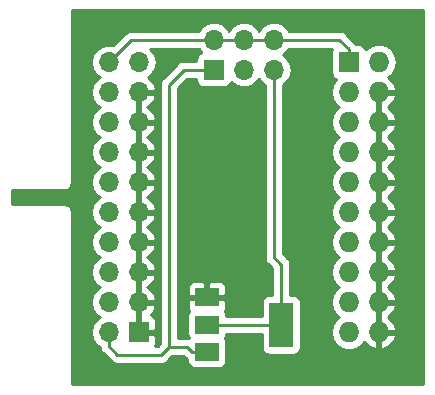
<source format=gbr>
G04 #@! TF.GenerationSoftware,KiCad,Pcbnew,(5.0.2)-1*
G04 #@! TF.CreationDate,2019-09-12T21:25:24+02:00*
G04 #@! TF.ProjectId,Jlink_power_supply,4a6c696e-6b5f-4706-9f77-65725f737570,rev?*
G04 #@! TF.SameCoordinates,Original*
G04 #@! TF.FileFunction,Copper,L1,Top*
G04 #@! TF.FilePolarity,Positive*
%FSLAX46Y46*%
G04 Gerber Fmt 4.6, Leading zero omitted, Abs format (unit mm)*
G04 Created by KiCad (PCBNEW (5.0.2)-1) date 2019-09-12 21:25:24*
%MOMM*%
%LPD*%
G01*
G04 APERTURE LIST*
G04 #@! TA.AperFunction,SMDPad,CuDef*
%ADD10R,2.000000X3.800000*%
G04 #@! TD*
G04 #@! TA.AperFunction,SMDPad,CuDef*
%ADD11R,2.000000X1.500000*%
G04 #@! TD*
G04 #@! TA.AperFunction,ComponentPad*
%ADD12R,1.700000X1.700000*%
G04 #@! TD*
G04 #@! TA.AperFunction,ComponentPad*
%ADD13O,1.700000X1.700000*%
G04 #@! TD*
G04 #@! TA.AperFunction,ComponentPad*
%ADD14O,1.727200X1.727200*%
G04 #@! TD*
G04 #@! TA.AperFunction,ComponentPad*
%ADD15R,1.727200X1.727200*%
G04 #@! TD*
G04 #@! TA.AperFunction,ViaPad*
%ADD16C,0.800000*%
G04 #@! TD*
G04 #@! TA.AperFunction,Conductor*
%ADD17C,0.250000*%
G04 #@! TD*
G04 #@! TA.AperFunction,Conductor*
%ADD18C,0.254000*%
G04 #@! TD*
G04 APERTURE END LIST*
D10*
G04 #@! TO.P,U1,2*
G04 #@! TO.N,+3V3*
X131445000Y-118745000D03*
D11*
X125145000Y-118745000D03*
G04 #@! TO.P,U1,3*
G04 #@! TO.N,+5V*
X125145000Y-121045000D03*
G04 #@! TO.P,U1,1*
G04 #@! TO.N,GND*
X125145000Y-116445000D03*
G04 #@! TD*
D12*
G04 #@! TO.P,J1,1*
G04 #@! TO.N,GND*
X119380000Y-119380000D03*
D13*
G04 #@! TO.P,J1,2*
G04 #@! TO.N,+5V*
X116840000Y-119380000D03*
G04 #@! TO.P,J1,3*
G04 #@! TO.N,GND*
X119380000Y-116840000D03*
G04 #@! TO.P,J1,4*
G04 #@! TO.N,Net-(J1-Pad4)*
X116840000Y-116840000D03*
G04 #@! TO.P,J1,5*
G04 #@! TO.N,GND*
X119380000Y-114300000D03*
G04 #@! TO.P,J1,6*
G04 #@! TO.N,Reset*
X116840000Y-114300000D03*
G04 #@! TO.P,J1,7*
G04 #@! TO.N,GND*
X119380000Y-111760000D03*
G04 #@! TO.P,J1,8*
G04 #@! TO.N,SWO*
X116840000Y-111760000D03*
G04 #@! TO.P,J1,9*
G04 #@! TO.N,GND*
X119380000Y-109220000D03*
G04 #@! TO.P,J1,10*
G04 #@! TO.N,Net-(J1-Pad10)*
X116840000Y-109220000D03*
G04 #@! TO.P,J1,11*
G04 #@! TO.N,GND*
X119380000Y-106680000D03*
G04 #@! TO.P,J1,12*
G04 #@! TO.N,SWCLK*
X116840000Y-106680000D03*
G04 #@! TO.P,J1,13*
G04 #@! TO.N,GND*
X119380000Y-104140000D03*
G04 #@! TO.P,J1,14*
G04 #@! TO.N,SWDIO*
X116840000Y-104140000D03*
G04 #@! TO.P,J1,15*
G04 #@! TO.N,GND*
X119380000Y-101600000D03*
G04 #@! TO.P,J1,16*
G04 #@! TO.N,Net-(J1-Pad16)*
X116840000Y-101600000D03*
G04 #@! TO.P,J1,17*
G04 #@! TO.N,GND*
X119380000Y-99060000D03*
G04 #@! TO.P,J1,18*
G04 #@! TO.N,Net-(J1-Pad18)*
X116840000Y-99060000D03*
G04 #@! TO.P,J1,19*
G04 #@! TO.N,Net-(J1-Pad19)*
X119380000Y-96520000D03*
G04 #@! TO.P,J1,20*
G04 #@! TO.N,Vref*
X116840000Y-96520000D03*
G04 #@! TD*
D14*
G04 #@! TO.P,J3,20*
G04 #@! TO.N,GND*
X139700000Y-119380000D03*
G04 #@! TO.P,J3,19*
G04 #@! TO.N,Net-(J3-Pad19)*
X137160000Y-119380000D03*
G04 #@! TO.P,J3,18*
G04 #@! TO.N,GND*
X139700000Y-116840000D03*
G04 #@! TO.P,J3,17*
G04 #@! TO.N,Net-(J3-Pad17)*
X137160000Y-116840000D03*
G04 #@! TO.P,J3,16*
G04 #@! TO.N,GND*
X139700000Y-114300000D03*
G04 #@! TO.P,J3,15*
G04 #@! TO.N,Reset*
X137160000Y-114300000D03*
G04 #@! TO.P,J3,14*
G04 #@! TO.N,GND*
X139700000Y-111760000D03*
G04 #@! TO.P,J3,13*
G04 #@! TO.N,SWO*
X137160000Y-111760000D03*
G04 #@! TO.P,J3,12*
G04 #@! TO.N,GND*
X139700000Y-109220000D03*
G04 #@! TO.P,J3,11*
G04 #@! TO.N,Net-(J3-Pad11)*
X137160000Y-109220000D03*
G04 #@! TO.P,J3,10*
G04 #@! TO.N,GND*
X139700000Y-106680000D03*
G04 #@! TO.P,J3,9*
G04 #@! TO.N,SWCLK*
X137160000Y-106680000D03*
G04 #@! TO.P,J3,8*
G04 #@! TO.N,GND*
X139700000Y-104140000D03*
G04 #@! TO.P,J3,7*
G04 #@! TO.N,SWDIO*
X137160000Y-104140000D03*
G04 #@! TO.P,J3,6*
G04 #@! TO.N,GND*
X139700000Y-101600000D03*
G04 #@! TO.P,J3,5*
G04 #@! TO.N,Net-(J3-Pad5)*
X137160000Y-101600000D03*
G04 #@! TO.P,J3,4*
G04 #@! TO.N,GND*
X139700000Y-99060000D03*
G04 #@! TO.P,J3,3*
G04 #@! TO.N,Net-(J3-Pad3)*
X137160000Y-99060000D03*
G04 #@! TO.P,J3,2*
G04 #@! TO.N,Net-(J3-Pad2)*
X139700000Y-96520000D03*
D15*
G04 #@! TO.P,J3,1*
G04 #@! TO.N,Vref*
X137160000Y-96520000D03*
G04 #@! TD*
D12*
G04 #@! TO.P,J2,1*
G04 #@! TO.N,+5V*
X125730000Y-97155000D03*
D13*
G04 #@! TO.P,J2,2*
G04 #@! TO.N,Vref*
X125730000Y-94615000D03*
G04 #@! TO.P,J2,3*
G04 #@! TO.N,Net-(J2-Pad3)*
X128270000Y-97155000D03*
G04 #@! TO.P,J2,4*
G04 #@! TO.N,Vref*
X128270000Y-94615000D03*
G04 #@! TO.P,J2,5*
G04 #@! TO.N,+3V3*
X130810000Y-97155000D03*
G04 #@! TO.P,J2,6*
G04 #@! TO.N,Vref*
X130810000Y-94615000D03*
G04 #@! TD*
D16*
G04 #@! TO.N,GND*
X128270000Y-116840000D03*
G04 #@! TD*
D17*
G04 #@! TO.N,Vref*
X118745000Y-94615000D02*
X125730000Y-94615000D01*
X116840000Y-96520000D02*
X118745000Y-94615000D01*
X125730000Y-94615000D02*
X128270000Y-94615000D01*
X128270000Y-94615000D02*
X130810000Y-94615000D01*
X132012081Y-94615000D02*
X130810000Y-94615000D01*
X136368600Y-94615000D02*
X132012081Y-94615000D01*
X137160000Y-95406400D02*
X136368600Y-94615000D01*
X137160000Y-96520000D02*
X137160000Y-95406400D01*
G04 #@! TO.N,+5V*
X123190000Y-97155000D02*
X125730000Y-97155000D01*
X116840000Y-120582081D02*
X117542919Y-121285000D01*
X116840000Y-119380000D02*
X116840000Y-120582081D01*
X117542919Y-121285000D02*
X121285000Y-121285000D01*
X121285000Y-121285000D02*
X121920000Y-120650000D01*
X121920000Y-120650000D02*
X121920000Y-98425000D01*
X121920000Y-98425000D02*
X123190000Y-97155000D01*
X123500000Y-120650000D02*
X121920000Y-120650000D01*
X123895000Y-121045000D02*
X123500000Y-120650000D01*
X125145000Y-121045000D02*
X123895000Y-121045000D01*
G04 #@! TO.N,+3V3*
X125145000Y-118745000D02*
X131445000Y-118745000D01*
X130810000Y-113030000D02*
X130810000Y-97155000D01*
X131445000Y-118745000D02*
X131445000Y-113665000D01*
X131445000Y-113665000D02*
X130810000Y-113030000D01*
G04 #@! TD*
D18*
G04 #@! TO.N,GND*
G36*
X143460001Y-123775000D02*
X113715000Y-123775000D01*
X113715000Y-109287461D01*
X113728419Y-109220000D01*
X113675255Y-108952727D01*
X113523857Y-108726143D01*
X113297273Y-108574745D01*
X113097462Y-108535000D01*
X113030000Y-108521581D01*
X112962539Y-108535000D01*
X108635000Y-108535000D01*
X108635000Y-107365000D01*
X112962538Y-107365000D01*
X113030000Y-107378419D01*
X113097461Y-107365000D01*
X113097462Y-107365000D01*
X113297273Y-107325255D01*
X113523857Y-107173857D01*
X113675255Y-106947273D01*
X113728419Y-106680000D01*
X113715000Y-106612538D01*
X113715000Y-96520000D01*
X115325908Y-96520000D01*
X115441161Y-97099418D01*
X115769375Y-97590625D01*
X116067761Y-97790000D01*
X115769375Y-97989375D01*
X115441161Y-98480582D01*
X115325908Y-99060000D01*
X115441161Y-99639418D01*
X115769375Y-100130625D01*
X116067761Y-100330000D01*
X115769375Y-100529375D01*
X115441161Y-101020582D01*
X115325908Y-101600000D01*
X115441161Y-102179418D01*
X115769375Y-102670625D01*
X116067761Y-102870000D01*
X115769375Y-103069375D01*
X115441161Y-103560582D01*
X115325908Y-104140000D01*
X115441161Y-104719418D01*
X115769375Y-105210625D01*
X116067761Y-105410000D01*
X115769375Y-105609375D01*
X115441161Y-106100582D01*
X115325908Y-106680000D01*
X115441161Y-107259418D01*
X115769375Y-107750625D01*
X116067761Y-107950000D01*
X115769375Y-108149375D01*
X115441161Y-108640582D01*
X115325908Y-109220000D01*
X115441161Y-109799418D01*
X115769375Y-110290625D01*
X116067761Y-110490000D01*
X115769375Y-110689375D01*
X115441161Y-111180582D01*
X115325908Y-111760000D01*
X115441161Y-112339418D01*
X115769375Y-112830625D01*
X116067761Y-113030000D01*
X115769375Y-113229375D01*
X115441161Y-113720582D01*
X115325908Y-114300000D01*
X115441161Y-114879418D01*
X115769375Y-115370625D01*
X116067761Y-115570000D01*
X115769375Y-115769375D01*
X115441161Y-116260582D01*
X115325908Y-116840000D01*
X115441161Y-117419418D01*
X115769375Y-117910625D01*
X116067761Y-118110000D01*
X115769375Y-118309375D01*
X115441161Y-118800582D01*
X115325908Y-119380000D01*
X115441161Y-119959418D01*
X115769375Y-120450625D01*
X116080287Y-120658370D01*
X116124097Y-120878618D01*
X116292072Y-121130010D01*
X116355528Y-121172410D01*
X116952590Y-121769473D01*
X116994990Y-121832929D01*
X117246382Y-122000904D01*
X117468067Y-122045000D01*
X117468071Y-122045000D01*
X117542919Y-122059888D01*
X117617767Y-122045000D01*
X121210153Y-122045000D01*
X121285000Y-122059888D01*
X121359847Y-122045000D01*
X121359852Y-122045000D01*
X121581537Y-122000904D01*
X121832929Y-121832929D01*
X121875331Y-121769470D01*
X122234802Y-121410000D01*
X123185198Y-121410000D01*
X123304671Y-121529472D01*
X123347071Y-121592929D01*
X123497560Y-121693483D01*
X123497560Y-121795000D01*
X123546843Y-122042765D01*
X123687191Y-122252809D01*
X123897235Y-122393157D01*
X124145000Y-122442440D01*
X126145000Y-122442440D01*
X126392765Y-122393157D01*
X126602809Y-122252809D01*
X126743157Y-122042765D01*
X126792440Y-121795000D01*
X126792440Y-120295000D01*
X126743157Y-120047235D01*
X126641436Y-119895000D01*
X126743157Y-119742765D01*
X126790451Y-119505000D01*
X129797560Y-119505000D01*
X129797560Y-120645000D01*
X129846843Y-120892765D01*
X129987191Y-121102809D01*
X130197235Y-121243157D01*
X130445000Y-121292440D01*
X132445000Y-121292440D01*
X132692765Y-121243157D01*
X132902809Y-121102809D01*
X133043157Y-120892765D01*
X133092440Y-120645000D01*
X133092440Y-116845000D01*
X133043157Y-116597235D01*
X132902809Y-116387191D01*
X132692765Y-116246843D01*
X132445000Y-116197560D01*
X132205000Y-116197560D01*
X132205000Y-113739848D01*
X132219888Y-113665000D01*
X132205000Y-113590152D01*
X132205000Y-113590148D01*
X132160904Y-113368463D01*
X131992929Y-113117071D01*
X131929473Y-113074671D01*
X131570000Y-112715199D01*
X131570000Y-98433178D01*
X131880625Y-98225625D01*
X132208839Y-97734418D01*
X132324092Y-97155000D01*
X132208839Y-96575582D01*
X131880625Y-96084375D01*
X131582239Y-95885000D01*
X131880625Y-95685625D01*
X132088178Y-95375000D01*
X135720717Y-95375000D01*
X135698243Y-95408635D01*
X135648960Y-95656400D01*
X135648960Y-97383600D01*
X135698243Y-97631365D01*
X135838591Y-97841409D01*
X136048635Y-97981757D01*
X136074651Y-97986932D01*
X135748350Y-98475275D01*
X135632041Y-99060000D01*
X135748350Y-99644725D01*
X136079570Y-100140430D01*
X136363281Y-100330000D01*
X136079570Y-100519570D01*
X135748350Y-101015275D01*
X135632041Y-101600000D01*
X135748350Y-102184725D01*
X136079570Y-102680430D01*
X136363281Y-102870000D01*
X136079570Y-103059570D01*
X135748350Y-103555275D01*
X135632041Y-104140000D01*
X135748350Y-104724725D01*
X136079570Y-105220430D01*
X136363281Y-105410000D01*
X136079570Y-105599570D01*
X135748350Y-106095275D01*
X135632041Y-106680000D01*
X135748350Y-107264725D01*
X136079570Y-107760430D01*
X136363281Y-107950000D01*
X136079570Y-108139570D01*
X135748350Y-108635275D01*
X135632041Y-109220000D01*
X135748350Y-109804725D01*
X136079570Y-110300430D01*
X136363281Y-110490000D01*
X136079570Y-110679570D01*
X135748350Y-111175275D01*
X135632041Y-111760000D01*
X135748350Y-112344725D01*
X136079570Y-112840430D01*
X136363281Y-113030000D01*
X136079570Y-113219570D01*
X135748350Y-113715275D01*
X135632041Y-114300000D01*
X135748350Y-114884725D01*
X136079570Y-115380430D01*
X136363281Y-115570000D01*
X136079570Y-115759570D01*
X135748350Y-116255275D01*
X135632041Y-116840000D01*
X135748350Y-117424725D01*
X136079570Y-117920430D01*
X136363281Y-118110000D01*
X136079570Y-118299570D01*
X135748350Y-118795275D01*
X135632041Y-119380000D01*
X135748350Y-119964725D01*
X136079570Y-120460430D01*
X136575275Y-120791650D01*
X137012402Y-120878600D01*
X137307598Y-120878600D01*
X137744725Y-120791650D01*
X138240430Y-120460430D01*
X138433037Y-120172174D01*
X138811510Y-120586821D01*
X139340973Y-120834968D01*
X139573000Y-120714469D01*
X139573000Y-119507000D01*
X139827000Y-119507000D01*
X139827000Y-120714469D01*
X140059027Y-120834968D01*
X140588490Y-120586821D01*
X140982688Y-120154947D01*
X141154958Y-119739026D01*
X141033817Y-119507000D01*
X139827000Y-119507000D01*
X139573000Y-119507000D01*
X139553000Y-119507000D01*
X139553000Y-119253000D01*
X139573000Y-119253000D01*
X139573000Y-116967000D01*
X139827000Y-116967000D01*
X139827000Y-119253000D01*
X141033817Y-119253000D01*
X141154958Y-119020974D01*
X140982688Y-118605053D01*
X140588490Y-118173179D01*
X140453687Y-118110000D01*
X140588490Y-118046821D01*
X140982688Y-117614947D01*
X141154958Y-117199026D01*
X141033817Y-116967000D01*
X139827000Y-116967000D01*
X139573000Y-116967000D01*
X139553000Y-116967000D01*
X139553000Y-116713000D01*
X139573000Y-116713000D01*
X139573000Y-114427000D01*
X139827000Y-114427000D01*
X139827000Y-116713000D01*
X141033817Y-116713000D01*
X141154958Y-116480974D01*
X140982688Y-116065053D01*
X140588490Y-115633179D01*
X140453687Y-115570000D01*
X140588490Y-115506821D01*
X140982688Y-115074947D01*
X141154958Y-114659026D01*
X141033817Y-114427000D01*
X139827000Y-114427000D01*
X139573000Y-114427000D01*
X139553000Y-114427000D01*
X139553000Y-114173000D01*
X139573000Y-114173000D01*
X139573000Y-111887000D01*
X139827000Y-111887000D01*
X139827000Y-114173000D01*
X141033817Y-114173000D01*
X141154958Y-113940974D01*
X140982688Y-113525053D01*
X140588490Y-113093179D01*
X140453687Y-113030000D01*
X140588490Y-112966821D01*
X140982688Y-112534947D01*
X141154958Y-112119026D01*
X141033817Y-111887000D01*
X139827000Y-111887000D01*
X139573000Y-111887000D01*
X139553000Y-111887000D01*
X139553000Y-111633000D01*
X139573000Y-111633000D01*
X139573000Y-109347000D01*
X139827000Y-109347000D01*
X139827000Y-111633000D01*
X141033817Y-111633000D01*
X141154958Y-111400974D01*
X140982688Y-110985053D01*
X140588490Y-110553179D01*
X140453687Y-110490000D01*
X140588490Y-110426821D01*
X140982688Y-109994947D01*
X141154958Y-109579026D01*
X141033817Y-109347000D01*
X139827000Y-109347000D01*
X139573000Y-109347000D01*
X139553000Y-109347000D01*
X139553000Y-109093000D01*
X139573000Y-109093000D01*
X139573000Y-106807000D01*
X139827000Y-106807000D01*
X139827000Y-109093000D01*
X141033817Y-109093000D01*
X141154958Y-108860974D01*
X140982688Y-108445053D01*
X140588490Y-108013179D01*
X140453687Y-107950000D01*
X140588490Y-107886821D01*
X140982688Y-107454947D01*
X141154958Y-107039026D01*
X141033817Y-106807000D01*
X139827000Y-106807000D01*
X139573000Y-106807000D01*
X139553000Y-106807000D01*
X139553000Y-106553000D01*
X139573000Y-106553000D01*
X139573000Y-104267000D01*
X139827000Y-104267000D01*
X139827000Y-106553000D01*
X141033817Y-106553000D01*
X141154958Y-106320974D01*
X140982688Y-105905053D01*
X140588490Y-105473179D01*
X140453687Y-105410000D01*
X140588490Y-105346821D01*
X140982688Y-104914947D01*
X141154958Y-104499026D01*
X141033817Y-104267000D01*
X139827000Y-104267000D01*
X139573000Y-104267000D01*
X139553000Y-104267000D01*
X139553000Y-104013000D01*
X139573000Y-104013000D01*
X139573000Y-101727000D01*
X139827000Y-101727000D01*
X139827000Y-104013000D01*
X141033817Y-104013000D01*
X141154958Y-103780974D01*
X140982688Y-103365053D01*
X140588490Y-102933179D01*
X140453687Y-102870000D01*
X140588490Y-102806821D01*
X140982688Y-102374947D01*
X141154958Y-101959026D01*
X141033817Y-101727000D01*
X139827000Y-101727000D01*
X139573000Y-101727000D01*
X139553000Y-101727000D01*
X139553000Y-101473000D01*
X139573000Y-101473000D01*
X139573000Y-99187000D01*
X139827000Y-99187000D01*
X139827000Y-101473000D01*
X141033817Y-101473000D01*
X141154958Y-101240974D01*
X140982688Y-100825053D01*
X140588490Y-100393179D01*
X140453687Y-100330000D01*
X140588490Y-100266821D01*
X140982688Y-99834947D01*
X141154958Y-99419026D01*
X141033817Y-99187000D01*
X139827000Y-99187000D01*
X139573000Y-99187000D01*
X139553000Y-99187000D01*
X139553000Y-98933000D01*
X139573000Y-98933000D01*
X139573000Y-98913000D01*
X139827000Y-98913000D01*
X139827000Y-98933000D01*
X141033817Y-98933000D01*
X141154958Y-98700974D01*
X140982688Y-98285053D01*
X140588490Y-97853179D01*
X140478979Y-97801854D01*
X140780430Y-97600430D01*
X141111650Y-97104725D01*
X141227959Y-96520000D01*
X141111650Y-95935275D01*
X140780430Y-95439570D01*
X140284725Y-95108350D01*
X139847598Y-95021400D01*
X139552402Y-95021400D01*
X139115275Y-95108350D01*
X138626932Y-95434651D01*
X138621757Y-95408635D01*
X138481409Y-95198591D01*
X138271365Y-95058243D01*
X138023600Y-95008960D01*
X137808483Y-95008960D01*
X137707929Y-94858471D01*
X137644473Y-94816071D01*
X136958931Y-94130530D01*
X136916529Y-94067071D01*
X136665137Y-93899096D01*
X136443452Y-93855000D01*
X136443447Y-93855000D01*
X136368600Y-93840112D01*
X136293753Y-93855000D01*
X132088178Y-93855000D01*
X131880625Y-93544375D01*
X131389418Y-93216161D01*
X130956256Y-93130000D01*
X130663744Y-93130000D01*
X130230582Y-93216161D01*
X129739375Y-93544375D01*
X129540000Y-93842761D01*
X129340625Y-93544375D01*
X128849418Y-93216161D01*
X128416256Y-93130000D01*
X128123744Y-93130000D01*
X127690582Y-93216161D01*
X127199375Y-93544375D01*
X127000000Y-93842761D01*
X126800625Y-93544375D01*
X126309418Y-93216161D01*
X125876256Y-93130000D01*
X125583744Y-93130000D01*
X125150582Y-93216161D01*
X124659375Y-93544375D01*
X124451822Y-93855000D01*
X118819848Y-93855000D01*
X118745000Y-93840112D01*
X118670152Y-93855000D01*
X118670148Y-93855000D01*
X118496605Y-93889520D01*
X118448462Y-93899096D01*
X118261418Y-94024076D01*
X118197071Y-94067071D01*
X118154671Y-94130527D01*
X117206408Y-95078791D01*
X116986256Y-95035000D01*
X116693744Y-95035000D01*
X116260582Y-95121161D01*
X115769375Y-95449375D01*
X115441161Y-95940582D01*
X115325908Y-96520000D01*
X113715000Y-96520000D01*
X113715000Y-92125000D01*
X143460000Y-92125000D01*
X143460001Y-123775000D01*
X143460001Y-123775000D01*
G37*
X143460001Y-123775000D02*
X113715000Y-123775000D01*
X113715000Y-109287461D01*
X113728419Y-109220000D01*
X113675255Y-108952727D01*
X113523857Y-108726143D01*
X113297273Y-108574745D01*
X113097462Y-108535000D01*
X113030000Y-108521581D01*
X112962539Y-108535000D01*
X108635000Y-108535000D01*
X108635000Y-107365000D01*
X112962538Y-107365000D01*
X113030000Y-107378419D01*
X113097461Y-107365000D01*
X113097462Y-107365000D01*
X113297273Y-107325255D01*
X113523857Y-107173857D01*
X113675255Y-106947273D01*
X113728419Y-106680000D01*
X113715000Y-106612538D01*
X113715000Y-96520000D01*
X115325908Y-96520000D01*
X115441161Y-97099418D01*
X115769375Y-97590625D01*
X116067761Y-97790000D01*
X115769375Y-97989375D01*
X115441161Y-98480582D01*
X115325908Y-99060000D01*
X115441161Y-99639418D01*
X115769375Y-100130625D01*
X116067761Y-100330000D01*
X115769375Y-100529375D01*
X115441161Y-101020582D01*
X115325908Y-101600000D01*
X115441161Y-102179418D01*
X115769375Y-102670625D01*
X116067761Y-102870000D01*
X115769375Y-103069375D01*
X115441161Y-103560582D01*
X115325908Y-104140000D01*
X115441161Y-104719418D01*
X115769375Y-105210625D01*
X116067761Y-105410000D01*
X115769375Y-105609375D01*
X115441161Y-106100582D01*
X115325908Y-106680000D01*
X115441161Y-107259418D01*
X115769375Y-107750625D01*
X116067761Y-107950000D01*
X115769375Y-108149375D01*
X115441161Y-108640582D01*
X115325908Y-109220000D01*
X115441161Y-109799418D01*
X115769375Y-110290625D01*
X116067761Y-110490000D01*
X115769375Y-110689375D01*
X115441161Y-111180582D01*
X115325908Y-111760000D01*
X115441161Y-112339418D01*
X115769375Y-112830625D01*
X116067761Y-113030000D01*
X115769375Y-113229375D01*
X115441161Y-113720582D01*
X115325908Y-114300000D01*
X115441161Y-114879418D01*
X115769375Y-115370625D01*
X116067761Y-115570000D01*
X115769375Y-115769375D01*
X115441161Y-116260582D01*
X115325908Y-116840000D01*
X115441161Y-117419418D01*
X115769375Y-117910625D01*
X116067761Y-118110000D01*
X115769375Y-118309375D01*
X115441161Y-118800582D01*
X115325908Y-119380000D01*
X115441161Y-119959418D01*
X115769375Y-120450625D01*
X116080287Y-120658370D01*
X116124097Y-120878618D01*
X116292072Y-121130010D01*
X116355528Y-121172410D01*
X116952590Y-121769473D01*
X116994990Y-121832929D01*
X117246382Y-122000904D01*
X117468067Y-122045000D01*
X117468071Y-122045000D01*
X117542919Y-122059888D01*
X117617767Y-122045000D01*
X121210153Y-122045000D01*
X121285000Y-122059888D01*
X121359847Y-122045000D01*
X121359852Y-122045000D01*
X121581537Y-122000904D01*
X121832929Y-121832929D01*
X121875331Y-121769470D01*
X122234802Y-121410000D01*
X123185198Y-121410000D01*
X123304671Y-121529472D01*
X123347071Y-121592929D01*
X123497560Y-121693483D01*
X123497560Y-121795000D01*
X123546843Y-122042765D01*
X123687191Y-122252809D01*
X123897235Y-122393157D01*
X124145000Y-122442440D01*
X126145000Y-122442440D01*
X126392765Y-122393157D01*
X126602809Y-122252809D01*
X126743157Y-122042765D01*
X126792440Y-121795000D01*
X126792440Y-120295000D01*
X126743157Y-120047235D01*
X126641436Y-119895000D01*
X126743157Y-119742765D01*
X126790451Y-119505000D01*
X129797560Y-119505000D01*
X129797560Y-120645000D01*
X129846843Y-120892765D01*
X129987191Y-121102809D01*
X130197235Y-121243157D01*
X130445000Y-121292440D01*
X132445000Y-121292440D01*
X132692765Y-121243157D01*
X132902809Y-121102809D01*
X133043157Y-120892765D01*
X133092440Y-120645000D01*
X133092440Y-116845000D01*
X133043157Y-116597235D01*
X132902809Y-116387191D01*
X132692765Y-116246843D01*
X132445000Y-116197560D01*
X132205000Y-116197560D01*
X132205000Y-113739848D01*
X132219888Y-113665000D01*
X132205000Y-113590152D01*
X132205000Y-113590148D01*
X132160904Y-113368463D01*
X131992929Y-113117071D01*
X131929473Y-113074671D01*
X131570000Y-112715199D01*
X131570000Y-98433178D01*
X131880625Y-98225625D01*
X132208839Y-97734418D01*
X132324092Y-97155000D01*
X132208839Y-96575582D01*
X131880625Y-96084375D01*
X131582239Y-95885000D01*
X131880625Y-95685625D01*
X132088178Y-95375000D01*
X135720717Y-95375000D01*
X135698243Y-95408635D01*
X135648960Y-95656400D01*
X135648960Y-97383600D01*
X135698243Y-97631365D01*
X135838591Y-97841409D01*
X136048635Y-97981757D01*
X136074651Y-97986932D01*
X135748350Y-98475275D01*
X135632041Y-99060000D01*
X135748350Y-99644725D01*
X136079570Y-100140430D01*
X136363281Y-100330000D01*
X136079570Y-100519570D01*
X135748350Y-101015275D01*
X135632041Y-101600000D01*
X135748350Y-102184725D01*
X136079570Y-102680430D01*
X136363281Y-102870000D01*
X136079570Y-103059570D01*
X135748350Y-103555275D01*
X135632041Y-104140000D01*
X135748350Y-104724725D01*
X136079570Y-105220430D01*
X136363281Y-105410000D01*
X136079570Y-105599570D01*
X135748350Y-106095275D01*
X135632041Y-106680000D01*
X135748350Y-107264725D01*
X136079570Y-107760430D01*
X136363281Y-107950000D01*
X136079570Y-108139570D01*
X135748350Y-108635275D01*
X135632041Y-109220000D01*
X135748350Y-109804725D01*
X136079570Y-110300430D01*
X136363281Y-110490000D01*
X136079570Y-110679570D01*
X135748350Y-111175275D01*
X135632041Y-111760000D01*
X135748350Y-112344725D01*
X136079570Y-112840430D01*
X136363281Y-113030000D01*
X136079570Y-113219570D01*
X135748350Y-113715275D01*
X135632041Y-114300000D01*
X135748350Y-114884725D01*
X136079570Y-115380430D01*
X136363281Y-115570000D01*
X136079570Y-115759570D01*
X135748350Y-116255275D01*
X135632041Y-116840000D01*
X135748350Y-117424725D01*
X136079570Y-117920430D01*
X136363281Y-118110000D01*
X136079570Y-118299570D01*
X135748350Y-118795275D01*
X135632041Y-119380000D01*
X135748350Y-119964725D01*
X136079570Y-120460430D01*
X136575275Y-120791650D01*
X137012402Y-120878600D01*
X137307598Y-120878600D01*
X137744725Y-120791650D01*
X138240430Y-120460430D01*
X138433037Y-120172174D01*
X138811510Y-120586821D01*
X139340973Y-120834968D01*
X139573000Y-120714469D01*
X139573000Y-119507000D01*
X139827000Y-119507000D01*
X139827000Y-120714469D01*
X140059027Y-120834968D01*
X140588490Y-120586821D01*
X140982688Y-120154947D01*
X141154958Y-119739026D01*
X141033817Y-119507000D01*
X139827000Y-119507000D01*
X139573000Y-119507000D01*
X139553000Y-119507000D01*
X139553000Y-119253000D01*
X139573000Y-119253000D01*
X139573000Y-116967000D01*
X139827000Y-116967000D01*
X139827000Y-119253000D01*
X141033817Y-119253000D01*
X141154958Y-119020974D01*
X140982688Y-118605053D01*
X140588490Y-118173179D01*
X140453687Y-118110000D01*
X140588490Y-118046821D01*
X140982688Y-117614947D01*
X141154958Y-117199026D01*
X141033817Y-116967000D01*
X139827000Y-116967000D01*
X139573000Y-116967000D01*
X139553000Y-116967000D01*
X139553000Y-116713000D01*
X139573000Y-116713000D01*
X139573000Y-114427000D01*
X139827000Y-114427000D01*
X139827000Y-116713000D01*
X141033817Y-116713000D01*
X141154958Y-116480974D01*
X140982688Y-116065053D01*
X140588490Y-115633179D01*
X140453687Y-115570000D01*
X140588490Y-115506821D01*
X140982688Y-115074947D01*
X141154958Y-114659026D01*
X141033817Y-114427000D01*
X139827000Y-114427000D01*
X139573000Y-114427000D01*
X139553000Y-114427000D01*
X139553000Y-114173000D01*
X139573000Y-114173000D01*
X139573000Y-111887000D01*
X139827000Y-111887000D01*
X139827000Y-114173000D01*
X141033817Y-114173000D01*
X141154958Y-113940974D01*
X140982688Y-113525053D01*
X140588490Y-113093179D01*
X140453687Y-113030000D01*
X140588490Y-112966821D01*
X140982688Y-112534947D01*
X141154958Y-112119026D01*
X141033817Y-111887000D01*
X139827000Y-111887000D01*
X139573000Y-111887000D01*
X139553000Y-111887000D01*
X139553000Y-111633000D01*
X139573000Y-111633000D01*
X139573000Y-109347000D01*
X139827000Y-109347000D01*
X139827000Y-111633000D01*
X141033817Y-111633000D01*
X141154958Y-111400974D01*
X140982688Y-110985053D01*
X140588490Y-110553179D01*
X140453687Y-110490000D01*
X140588490Y-110426821D01*
X140982688Y-109994947D01*
X141154958Y-109579026D01*
X141033817Y-109347000D01*
X139827000Y-109347000D01*
X139573000Y-109347000D01*
X139553000Y-109347000D01*
X139553000Y-109093000D01*
X139573000Y-109093000D01*
X139573000Y-106807000D01*
X139827000Y-106807000D01*
X139827000Y-109093000D01*
X141033817Y-109093000D01*
X141154958Y-108860974D01*
X140982688Y-108445053D01*
X140588490Y-108013179D01*
X140453687Y-107950000D01*
X140588490Y-107886821D01*
X140982688Y-107454947D01*
X141154958Y-107039026D01*
X141033817Y-106807000D01*
X139827000Y-106807000D01*
X139573000Y-106807000D01*
X139553000Y-106807000D01*
X139553000Y-106553000D01*
X139573000Y-106553000D01*
X139573000Y-104267000D01*
X139827000Y-104267000D01*
X139827000Y-106553000D01*
X141033817Y-106553000D01*
X141154958Y-106320974D01*
X140982688Y-105905053D01*
X140588490Y-105473179D01*
X140453687Y-105410000D01*
X140588490Y-105346821D01*
X140982688Y-104914947D01*
X141154958Y-104499026D01*
X141033817Y-104267000D01*
X139827000Y-104267000D01*
X139573000Y-104267000D01*
X139553000Y-104267000D01*
X139553000Y-104013000D01*
X139573000Y-104013000D01*
X139573000Y-101727000D01*
X139827000Y-101727000D01*
X139827000Y-104013000D01*
X141033817Y-104013000D01*
X141154958Y-103780974D01*
X140982688Y-103365053D01*
X140588490Y-102933179D01*
X140453687Y-102870000D01*
X140588490Y-102806821D01*
X140982688Y-102374947D01*
X141154958Y-101959026D01*
X141033817Y-101727000D01*
X139827000Y-101727000D01*
X139573000Y-101727000D01*
X139553000Y-101727000D01*
X139553000Y-101473000D01*
X139573000Y-101473000D01*
X139573000Y-99187000D01*
X139827000Y-99187000D01*
X139827000Y-101473000D01*
X141033817Y-101473000D01*
X141154958Y-101240974D01*
X140982688Y-100825053D01*
X140588490Y-100393179D01*
X140453687Y-100330000D01*
X140588490Y-100266821D01*
X140982688Y-99834947D01*
X141154958Y-99419026D01*
X141033817Y-99187000D01*
X139827000Y-99187000D01*
X139573000Y-99187000D01*
X139553000Y-99187000D01*
X139553000Y-98933000D01*
X139573000Y-98933000D01*
X139573000Y-98913000D01*
X139827000Y-98913000D01*
X139827000Y-98933000D01*
X141033817Y-98933000D01*
X141154958Y-98700974D01*
X140982688Y-98285053D01*
X140588490Y-97853179D01*
X140478979Y-97801854D01*
X140780430Y-97600430D01*
X141111650Y-97104725D01*
X141227959Y-96520000D01*
X141111650Y-95935275D01*
X140780430Y-95439570D01*
X140284725Y-95108350D01*
X139847598Y-95021400D01*
X139552402Y-95021400D01*
X139115275Y-95108350D01*
X138626932Y-95434651D01*
X138621757Y-95408635D01*
X138481409Y-95198591D01*
X138271365Y-95058243D01*
X138023600Y-95008960D01*
X137808483Y-95008960D01*
X137707929Y-94858471D01*
X137644473Y-94816071D01*
X136958931Y-94130530D01*
X136916529Y-94067071D01*
X136665137Y-93899096D01*
X136443452Y-93855000D01*
X136443447Y-93855000D01*
X136368600Y-93840112D01*
X136293753Y-93855000D01*
X132088178Y-93855000D01*
X131880625Y-93544375D01*
X131389418Y-93216161D01*
X130956256Y-93130000D01*
X130663744Y-93130000D01*
X130230582Y-93216161D01*
X129739375Y-93544375D01*
X129540000Y-93842761D01*
X129340625Y-93544375D01*
X128849418Y-93216161D01*
X128416256Y-93130000D01*
X128123744Y-93130000D01*
X127690582Y-93216161D01*
X127199375Y-93544375D01*
X127000000Y-93842761D01*
X126800625Y-93544375D01*
X126309418Y-93216161D01*
X125876256Y-93130000D01*
X125583744Y-93130000D01*
X125150582Y-93216161D01*
X124659375Y-93544375D01*
X124451822Y-93855000D01*
X118819848Y-93855000D01*
X118745000Y-93840112D01*
X118670152Y-93855000D01*
X118670148Y-93855000D01*
X118496605Y-93889520D01*
X118448462Y-93899096D01*
X118261418Y-94024076D01*
X118197071Y-94067071D01*
X118154671Y-94130527D01*
X117206408Y-95078791D01*
X116986256Y-95035000D01*
X116693744Y-95035000D01*
X116260582Y-95121161D01*
X115769375Y-95449375D01*
X115441161Y-95940582D01*
X115325908Y-96520000D01*
X113715000Y-96520000D01*
X113715000Y-92125000D01*
X143460000Y-92125000D01*
X143460001Y-123775000D01*
G36*
X124659375Y-95685625D02*
X124677619Y-95697816D01*
X124632235Y-95706843D01*
X124422191Y-95847191D01*
X124281843Y-96057235D01*
X124232560Y-96305000D01*
X124232560Y-96395000D01*
X123264846Y-96395000D01*
X123189999Y-96380112D01*
X123115152Y-96395000D01*
X123115148Y-96395000D01*
X122893463Y-96439096D01*
X122642071Y-96607071D01*
X122599671Y-96670527D01*
X121435528Y-97834671D01*
X121372072Y-97877071D01*
X121329672Y-97940527D01*
X121329671Y-97940528D01*
X121204097Y-98128463D01*
X121145112Y-98425000D01*
X121160001Y-98499852D01*
X121160000Y-120335198D01*
X120970199Y-120525000D01*
X120795126Y-120525000D01*
X120865000Y-120356310D01*
X120865000Y-119665750D01*
X120706250Y-119507000D01*
X119507000Y-119507000D01*
X119507000Y-119527000D01*
X119253000Y-119527000D01*
X119253000Y-119507000D01*
X119233000Y-119507000D01*
X119233000Y-119253000D01*
X119253000Y-119253000D01*
X119253000Y-116967000D01*
X119507000Y-116967000D01*
X119507000Y-119253000D01*
X120706250Y-119253000D01*
X120865000Y-119094250D01*
X120865000Y-118403690D01*
X120768327Y-118170301D01*
X120589698Y-117991673D01*
X120380122Y-117904864D01*
X120651645Y-117606924D01*
X120821476Y-117196890D01*
X120700155Y-116967000D01*
X119507000Y-116967000D01*
X119253000Y-116967000D01*
X119233000Y-116967000D01*
X119233000Y-116713000D01*
X119253000Y-116713000D01*
X119253000Y-114427000D01*
X119507000Y-114427000D01*
X119507000Y-116713000D01*
X120700155Y-116713000D01*
X120821476Y-116483110D01*
X120651645Y-116073076D01*
X120261358Y-115644817D01*
X120102046Y-115570000D01*
X120261358Y-115495183D01*
X120651645Y-115066924D01*
X120821476Y-114656890D01*
X120700155Y-114427000D01*
X119507000Y-114427000D01*
X119253000Y-114427000D01*
X119233000Y-114427000D01*
X119233000Y-114173000D01*
X119253000Y-114173000D01*
X119253000Y-111887000D01*
X119507000Y-111887000D01*
X119507000Y-114173000D01*
X120700155Y-114173000D01*
X120821476Y-113943110D01*
X120651645Y-113533076D01*
X120261358Y-113104817D01*
X120102046Y-113030000D01*
X120261358Y-112955183D01*
X120651645Y-112526924D01*
X120821476Y-112116890D01*
X120700155Y-111887000D01*
X119507000Y-111887000D01*
X119253000Y-111887000D01*
X119233000Y-111887000D01*
X119233000Y-111633000D01*
X119253000Y-111633000D01*
X119253000Y-109347000D01*
X119507000Y-109347000D01*
X119507000Y-111633000D01*
X120700155Y-111633000D01*
X120821476Y-111403110D01*
X120651645Y-110993076D01*
X120261358Y-110564817D01*
X120102046Y-110490000D01*
X120261358Y-110415183D01*
X120651645Y-109986924D01*
X120821476Y-109576890D01*
X120700155Y-109347000D01*
X119507000Y-109347000D01*
X119253000Y-109347000D01*
X119233000Y-109347000D01*
X119233000Y-109093000D01*
X119253000Y-109093000D01*
X119253000Y-106807000D01*
X119507000Y-106807000D01*
X119507000Y-109093000D01*
X120700155Y-109093000D01*
X120821476Y-108863110D01*
X120651645Y-108453076D01*
X120261358Y-108024817D01*
X120102046Y-107950000D01*
X120261358Y-107875183D01*
X120651645Y-107446924D01*
X120821476Y-107036890D01*
X120700155Y-106807000D01*
X119507000Y-106807000D01*
X119253000Y-106807000D01*
X119233000Y-106807000D01*
X119233000Y-106553000D01*
X119253000Y-106553000D01*
X119253000Y-104267000D01*
X119507000Y-104267000D01*
X119507000Y-106553000D01*
X120700155Y-106553000D01*
X120821476Y-106323110D01*
X120651645Y-105913076D01*
X120261358Y-105484817D01*
X120102046Y-105410000D01*
X120261358Y-105335183D01*
X120651645Y-104906924D01*
X120821476Y-104496890D01*
X120700155Y-104267000D01*
X119507000Y-104267000D01*
X119253000Y-104267000D01*
X119233000Y-104267000D01*
X119233000Y-104013000D01*
X119253000Y-104013000D01*
X119253000Y-101727000D01*
X119507000Y-101727000D01*
X119507000Y-104013000D01*
X120700155Y-104013000D01*
X120821476Y-103783110D01*
X120651645Y-103373076D01*
X120261358Y-102944817D01*
X120102046Y-102870000D01*
X120261358Y-102795183D01*
X120651645Y-102366924D01*
X120821476Y-101956890D01*
X120700155Y-101727000D01*
X119507000Y-101727000D01*
X119253000Y-101727000D01*
X119233000Y-101727000D01*
X119233000Y-101473000D01*
X119253000Y-101473000D01*
X119253000Y-99187000D01*
X119507000Y-99187000D01*
X119507000Y-101473000D01*
X120700155Y-101473000D01*
X120821476Y-101243110D01*
X120651645Y-100833076D01*
X120261358Y-100404817D01*
X120102046Y-100330000D01*
X120261358Y-100255183D01*
X120651645Y-99826924D01*
X120821476Y-99416890D01*
X120700155Y-99187000D01*
X119507000Y-99187000D01*
X119253000Y-99187000D01*
X119233000Y-99187000D01*
X119233000Y-98933000D01*
X119253000Y-98933000D01*
X119253000Y-98913000D01*
X119507000Y-98913000D01*
X119507000Y-98933000D01*
X120700155Y-98933000D01*
X120821476Y-98703110D01*
X120651645Y-98293076D01*
X120261358Y-97864817D01*
X120131522Y-97803843D01*
X120450625Y-97590625D01*
X120778839Y-97099418D01*
X120894092Y-96520000D01*
X120778839Y-95940582D01*
X120450625Y-95449375D01*
X120339315Y-95375000D01*
X124451822Y-95375000D01*
X124659375Y-95685625D01*
X124659375Y-95685625D01*
G37*
X124659375Y-95685625D02*
X124677619Y-95697816D01*
X124632235Y-95706843D01*
X124422191Y-95847191D01*
X124281843Y-96057235D01*
X124232560Y-96305000D01*
X124232560Y-96395000D01*
X123264846Y-96395000D01*
X123189999Y-96380112D01*
X123115152Y-96395000D01*
X123115148Y-96395000D01*
X122893463Y-96439096D01*
X122642071Y-96607071D01*
X122599671Y-96670527D01*
X121435528Y-97834671D01*
X121372072Y-97877071D01*
X121329672Y-97940527D01*
X121329671Y-97940528D01*
X121204097Y-98128463D01*
X121145112Y-98425000D01*
X121160001Y-98499852D01*
X121160000Y-120335198D01*
X120970199Y-120525000D01*
X120795126Y-120525000D01*
X120865000Y-120356310D01*
X120865000Y-119665750D01*
X120706250Y-119507000D01*
X119507000Y-119507000D01*
X119507000Y-119527000D01*
X119253000Y-119527000D01*
X119253000Y-119507000D01*
X119233000Y-119507000D01*
X119233000Y-119253000D01*
X119253000Y-119253000D01*
X119253000Y-116967000D01*
X119507000Y-116967000D01*
X119507000Y-119253000D01*
X120706250Y-119253000D01*
X120865000Y-119094250D01*
X120865000Y-118403690D01*
X120768327Y-118170301D01*
X120589698Y-117991673D01*
X120380122Y-117904864D01*
X120651645Y-117606924D01*
X120821476Y-117196890D01*
X120700155Y-116967000D01*
X119507000Y-116967000D01*
X119253000Y-116967000D01*
X119233000Y-116967000D01*
X119233000Y-116713000D01*
X119253000Y-116713000D01*
X119253000Y-114427000D01*
X119507000Y-114427000D01*
X119507000Y-116713000D01*
X120700155Y-116713000D01*
X120821476Y-116483110D01*
X120651645Y-116073076D01*
X120261358Y-115644817D01*
X120102046Y-115570000D01*
X120261358Y-115495183D01*
X120651645Y-115066924D01*
X120821476Y-114656890D01*
X120700155Y-114427000D01*
X119507000Y-114427000D01*
X119253000Y-114427000D01*
X119233000Y-114427000D01*
X119233000Y-114173000D01*
X119253000Y-114173000D01*
X119253000Y-111887000D01*
X119507000Y-111887000D01*
X119507000Y-114173000D01*
X120700155Y-114173000D01*
X120821476Y-113943110D01*
X120651645Y-113533076D01*
X120261358Y-113104817D01*
X120102046Y-113030000D01*
X120261358Y-112955183D01*
X120651645Y-112526924D01*
X120821476Y-112116890D01*
X120700155Y-111887000D01*
X119507000Y-111887000D01*
X119253000Y-111887000D01*
X119233000Y-111887000D01*
X119233000Y-111633000D01*
X119253000Y-111633000D01*
X119253000Y-109347000D01*
X119507000Y-109347000D01*
X119507000Y-111633000D01*
X120700155Y-111633000D01*
X120821476Y-111403110D01*
X120651645Y-110993076D01*
X120261358Y-110564817D01*
X120102046Y-110490000D01*
X120261358Y-110415183D01*
X120651645Y-109986924D01*
X120821476Y-109576890D01*
X120700155Y-109347000D01*
X119507000Y-109347000D01*
X119253000Y-109347000D01*
X119233000Y-109347000D01*
X119233000Y-109093000D01*
X119253000Y-109093000D01*
X119253000Y-106807000D01*
X119507000Y-106807000D01*
X119507000Y-109093000D01*
X120700155Y-109093000D01*
X120821476Y-108863110D01*
X120651645Y-108453076D01*
X120261358Y-108024817D01*
X120102046Y-107950000D01*
X120261358Y-107875183D01*
X120651645Y-107446924D01*
X120821476Y-107036890D01*
X120700155Y-106807000D01*
X119507000Y-106807000D01*
X119253000Y-106807000D01*
X119233000Y-106807000D01*
X119233000Y-106553000D01*
X119253000Y-106553000D01*
X119253000Y-104267000D01*
X119507000Y-104267000D01*
X119507000Y-106553000D01*
X120700155Y-106553000D01*
X120821476Y-106323110D01*
X120651645Y-105913076D01*
X120261358Y-105484817D01*
X120102046Y-105410000D01*
X120261358Y-105335183D01*
X120651645Y-104906924D01*
X120821476Y-104496890D01*
X120700155Y-104267000D01*
X119507000Y-104267000D01*
X119253000Y-104267000D01*
X119233000Y-104267000D01*
X119233000Y-104013000D01*
X119253000Y-104013000D01*
X119253000Y-101727000D01*
X119507000Y-101727000D01*
X119507000Y-104013000D01*
X120700155Y-104013000D01*
X120821476Y-103783110D01*
X120651645Y-103373076D01*
X120261358Y-102944817D01*
X120102046Y-102870000D01*
X120261358Y-102795183D01*
X120651645Y-102366924D01*
X120821476Y-101956890D01*
X120700155Y-101727000D01*
X119507000Y-101727000D01*
X119253000Y-101727000D01*
X119233000Y-101727000D01*
X119233000Y-101473000D01*
X119253000Y-101473000D01*
X119253000Y-99187000D01*
X119507000Y-99187000D01*
X119507000Y-101473000D01*
X120700155Y-101473000D01*
X120821476Y-101243110D01*
X120651645Y-100833076D01*
X120261358Y-100404817D01*
X120102046Y-100330000D01*
X120261358Y-100255183D01*
X120651645Y-99826924D01*
X120821476Y-99416890D01*
X120700155Y-99187000D01*
X119507000Y-99187000D01*
X119253000Y-99187000D01*
X119233000Y-99187000D01*
X119233000Y-98933000D01*
X119253000Y-98933000D01*
X119253000Y-98913000D01*
X119507000Y-98913000D01*
X119507000Y-98933000D01*
X120700155Y-98933000D01*
X120821476Y-98703110D01*
X120651645Y-98293076D01*
X120261358Y-97864817D01*
X120131522Y-97803843D01*
X120450625Y-97590625D01*
X120778839Y-97099418D01*
X120894092Y-96520000D01*
X120778839Y-95940582D01*
X120450625Y-95449375D01*
X120339315Y-95375000D01*
X124451822Y-95375000D01*
X124659375Y-95685625D01*
G36*
X124232560Y-98005000D02*
X124281843Y-98252765D01*
X124422191Y-98462809D01*
X124632235Y-98603157D01*
X124880000Y-98652440D01*
X126580000Y-98652440D01*
X126827765Y-98603157D01*
X127037809Y-98462809D01*
X127178157Y-98252765D01*
X127187184Y-98207381D01*
X127199375Y-98225625D01*
X127690582Y-98553839D01*
X128123744Y-98640000D01*
X128416256Y-98640000D01*
X128849418Y-98553839D01*
X129340625Y-98225625D01*
X129540000Y-97927239D01*
X129739375Y-98225625D01*
X130050001Y-98433179D01*
X130050000Y-112955153D01*
X130035112Y-113030000D01*
X130050000Y-113104847D01*
X130050000Y-113104851D01*
X130094096Y-113326536D01*
X130262071Y-113577929D01*
X130325530Y-113620331D01*
X130685001Y-113979803D01*
X130685001Y-116197560D01*
X130445000Y-116197560D01*
X130197235Y-116246843D01*
X129987191Y-116387191D01*
X129846843Y-116597235D01*
X129797560Y-116845000D01*
X129797560Y-117985000D01*
X126790451Y-117985000D01*
X126743157Y-117747235D01*
X126642073Y-117595953D01*
X126683327Y-117554699D01*
X126780000Y-117321310D01*
X126780000Y-116730750D01*
X126621250Y-116572000D01*
X125272000Y-116572000D01*
X125272000Y-116592000D01*
X125018000Y-116592000D01*
X125018000Y-116572000D01*
X123668750Y-116572000D01*
X123510000Y-116730750D01*
X123510000Y-117321310D01*
X123606673Y-117554699D01*
X123647927Y-117595953D01*
X123546843Y-117747235D01*
X123497560Y-117995000D01*
X123497560Y-119495000D01*
X123546843Y-119742765D01*
X123648564Y-119895000D01*
X123642865Y-119903529D01*
X123574852Y-119890000D01*
X123574847Y-119890000D01*
X123500000Y-119875112D01*
X123425153Y-119890000D01*
X122680000Y-119890000D01*
X122680000Y-115568690D01*
X123510000Y-115568690D01*
X123510000Y-116159250D01*
X123668750Y-116318000D01*
X125018000Y-116318000D01*
X125018000Y-115218750D01*
X125272000Y-115218750D01*
X125272000Y-116318000D01*
X126621250Y-116318000D01*
X126780000Y-116159250D01*
X126780000Y-115568690D01*
X126683327Y-115335301D01*
X126504698Y-115156673D01*
X126271309Y-115060000D01*
X125430750Y-115060000D01*
X125272000Y-115218750D01*
X125018000Y-115218750D01*
X124859250Y-115060000D01*
X124018691Y-115060000D01*
X123785302Y-115156673D01*
X123606673Y-115335301D01*
X123510000Y-115568690D01*
X122680000Y-115568690D01*
X122680000Y-98739801D01*
X123504802Y-97915000D01*
X124232560Y-97915000D01*
X124232560Y-98005000D01*
X124232560Y-98005000D01*
G37*
X124232560Y-98005000D02*
X124281843Y-98252765D01*
X124422191Y-98462809D01*
X124632235Y-98603157D01*
X124880000Y-98652440D01*
X126580000Y-98652440D01*
X126827765Y-98603157D01*
X127037809Y-98462809D01*
X127178157Y-98252765D01*
X127187184Y-98207381D01*
X127199375Y-98225625D01*
X127690582Y-98553839D01*
X128123744Y-98640000D01*
X128416256Y-98640000D01*
X128849418Y-98553839D01*
X129340625Y-98225625D01*
X129540000Y-97927239D01*
X129739375Y-98225625D01*
X130050001Y-98433179D01*
X130050000Y-112955153D01*
X130035112Y-113030000D01*
X130050000Y-113104847D01*
X130050000Y-113104851D01*
X130094096Y-113326536D01*
X130262071Y-113577929D01*
X130325530Y-113620331D01*
X130685001Y-113979803D01*
X130685001Y-116197560D01*
X130445000Y-116197560D01*
X130197235Y-116246843D01*
X129987191Y-116387191D01*
X129846843Y-116597235D01*
X129797560Y-116845000D01*
X129797560Y-117985000D01*
X126790451Y-117985000D01*
X126743157Y-117747235D01*
X126642073Y-117595953D01*
X126683327Y-117554699D01*
X126780000Y-117321310D01*
X126780000Y-116730750D01*
X126621250Y-116572000D01*
X125272000Y-116572000D01*
X125272000Y-116592000D01*
X125018000Y-116592000D01*
X125018000Y-116572000D01*
X123668750Y-116572000D01*
X123510000Y-116730750D01*
X123510000Y-117321310D01*
X123606673Y-117554699D01*
X123647927Y-117595953D01*
X123546843Y-117747235D01*
X123497560Y-117995000D01*
X123497560Y-119495000D01*
X123546843Y-119742765D01*
X123648564Y-119895000D01*
X123642865Y-119903529D01*
X123574852Y-119890000D01*
X123574847Y-119890000D01*
X123500000Y-119875112D01*
X123425153Y-119890000D01*
X122680000Y-119890000D01*
X122680000Y-115568690D01*
X123510000Y-115568690D01*
X123510000Y-116159250D01*
X123668750Y-116318000D01*
X125018000Y-116318000D01*
X125018000Y-115218750D01*
X125272000Y-115218750D01*
X125272000Y-116318000D01*
X126621250Y-116318000D01*
X126780000Y-116159250D01*
X126780000Y-115568690D01*
X126683327Y-115335301D01*
X126504698Y-115156673D01*
X126271309Y-115060000D01*
X125430750Y-115060000D01*
X125272000Y-115218750D01*
X125018000Y-115218750D01*
X124859250Y-115060000D01*
X124018691Y-115060000D01*
X123785302Y-115156673D01*
X123606673Y-115335301D01*
X123510000Y-115568690D01*
X122680000Y-115568690D01*
X122680000Y-98739801D01*
X123504802Y-97915000D01*
X124232560Y-97915000D01*
X124232560Y-98005000D01*
G04 #@! TD*
M02*

</source>
